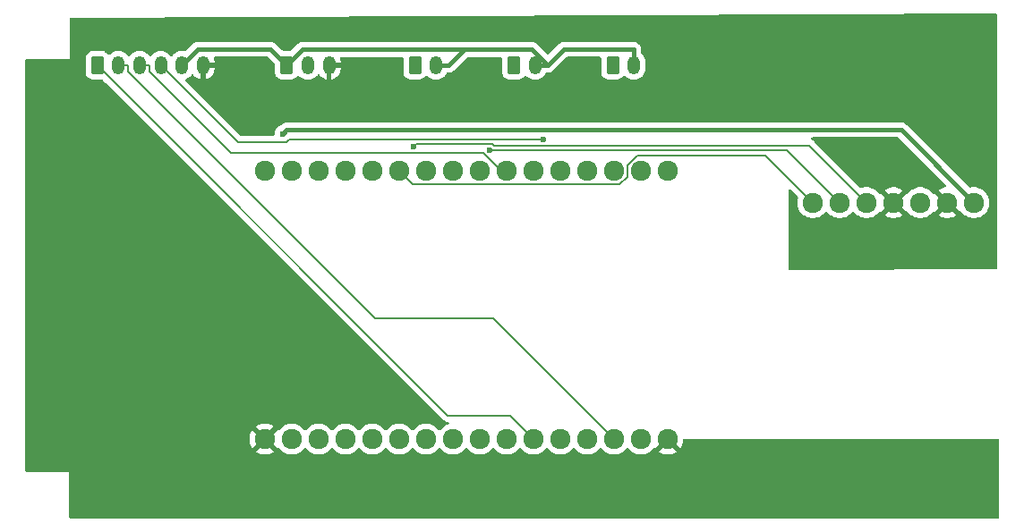
<source format=gbl>
%TF.GenerationSoftware,KiCad,Pcbnew,9.0.2*%
%TF.CreationDate,2025-06-13T16:26:22+02:00*%
%TF.ProjectId,musicbox,6d757369-6362-46f7-982e-6b696361645f,rev?*%
%TF.SameCoordinates,Original*%
%TF.FileFunction,Copper,L2,Bot*%
%TF.FilePolarity,Positive*%
%FSLAX46Y46*%
G04 Gerber Fmt 4.6, Leading zero omitted, Abs format (unit mm)*
G04 Created by KiCad (PCBNEW 9.0.2) date 2025-06-13 16:26:22*
%MOMM*%
%LPD*%
G01*
G04 APERTURE LIST*
G04 Aperture macros list*
%AMRoundRect*
0 Rectangle with rounded corners*
0 $1 Rounding radius*
0 $2 $3 $4 $5 $6 $7 $8 $9 X,Y pos of 4 corners*
0 Add a 4 corners polygon primitive as box body*
4,1,4,$2,$3,$4,$5,$6,$7,$8,$9,$2,$3,0*
0 Add four circle primitives for the rounded corners*
1,1,$1+$1,$2,$3*
1,1,$1+$1,$4,$5*
1,1,$1+$1,$6,$7*
1,1,$1+$1,$8,$9*
0 Add four rect primitives between the rounded corners*
20,1,$1+$1,$2,$3,$4,$5,0*
20,1,$1+$1,$4,$5,$6,$7,0*
20,1,$1+$1,$6,$7,$8,$9,0*
20,1,$1+$1,$8,$9,$2,$3,0*%
G04 Aperture macros list end*
%TA.AperFunction,ComponentPad*%
%ADD10RoundRect,0.250000X-0.350000X-0.625000X0.350000X-0.625000X0.350000X0.625000X-0.350000X0.625000X0*%
%TD*%
%TA.AperFunction,ComponentPad*%
%ADD11O,1.200000X1.750000*%
%TD*%
%TA.AperFunction,ComponentPad*%
%ADD12C,1.920000*%
%TD*%
%TA.AperFunction,ViaPad*%
%ADD13C,0.600000*%
%TD*%
%TA.AperFunction,Conductor*%
%ADD14C,0.400000*%
%TD*%
%TA.AperFunction,Conductor*%
%ADD15C,0.200000*%
%TD*%
G04 APERTURE END LIST*
D10*
%TO.P,BT1Con1,1,Pin_1*%
%TO.N,/BT1*%
X127640000Y-38500000D03*
D11*
%TO.P,BT1Con1,2,Pin_2*%
%TO.N,3V3*%
X129640000Y-38500000D03*
%TD*%
D12*
%TO.P,D32Pro1,1,3V3*%
%TO.N,3V3*%
X151550000Y-48500000D03*
%TO.P,D32Pro1,2,RESET*%
%TO.N,unconnected-(D32Pro1-RESET-Pad2)*%
X149010000Y-48500000D03*
%TO.P,D32Pro1,3,VP/GPIO36*%
%TO.N,unconnected-(D32Pro1-VP{slash}GPIO36-Pad3)*%
X146470000Y-48500000D03*
%TO.P,D32Pro1,4,VN/GPIO39*%
%TO.N,unconnected-(D32Pro1-VN{slash}GPIO39-Pad4)*%
X143930000Y-48500000D03*
%TO.P,D32Pro1,5,GPIO34*%
%TO.N,unconnected-(D32Pro1-GPIO34-Pad5)*%
X141390000Y-48500000D03*
%TO.P,D32Pro1,6,GPIO32*%
%TO.N,/RFID_RST*%
X138850000Y-48500000D03*
%TO.P,D32Pro1,7,GPIO33*%
%TO.N,/RFID_IRQ*%
X136310000Y-48500000D03*
%TO.P,D32Pro1,8,GPIO25*%
%TO.N,/ADR_LED*%
X133770000Y-48500000D03*
%TO.P,D32Pro1,9,GPIO26*%
%TO.N,/I2S_BCK*%
X131230000Y-48500000D03*
%TO.P,D32Pro1,10,GPIO27*%
%TO.N,/I2S_DIN*%
X128690000Y-48500000D03*
%TO.P,D32Pro1,11,GPIO14*%
%TO.N,/I2S_WS*%
X126150000Y-48500000D03*
%TO.P,D32Pro1,12,GPIO12*%
%TO.N,/BT1*%
X123610000Y-48500000D03*
%TO.P,D32Pro1,13,GPIO13*%
%TO.N,/BT2*%
X121070000Y-48500000D03*
%TO.P,D32Pro1,14,EN*%
%TO.N,unconnected-(D32Pro1-EN-Pad14)*%
X118530000Y-48500000D03*
%TO.P,D32Pro1,15,VBUS*%
%TO.N,unconnected-(D32Pro1-VBUS-Pad15)*%
X115990000Y-48500000D03*
%TO.P,D32Pro1,16,VBAT*%
%TO.N,VBAT*%
X113450000Y-48500000D03*
%TO.P,D32Pro1,17,GND*%
%TO.N,GND*%
X151550000Y-73900000D03*
%TO.P,D32Pro1,18,GPIO23*%
%TO.N,/SPI_MOSI*%
X149010000Y-73900000D03*
%TO.P,D32Pro1,19,GPIO22*%
%TO.N,/I2C_SCL*%
X146470000Y-73900000D03*
%TO.P,D32Pro1,20,TXD01/GPIO01*%
%TO.N,unconnected-(D32Pro1-TXD01{slash}GPIO01-Pad20)*%
X143930000Y-73900000D03*
%TO.P,D32Pro1,21,RXD01/GPIO03*%
%TO.N,unconnected-(D32Pro1-RXD01{slash}GPIO03-Pad21)*%
X141390000Y-73900000D03*
%TO.P,D32Pro1,22,GPIO21*%
%TO.N,/I2C_SDA*%
X138850000Y-73900000D03*
%TO.P,D32Pro1,23,GPIO19*%
%TO.N,/SPI_MISO*%
X136310000Y-73900000D03*
%TO.P,D32Pro1,24,GPIO18*%
%TO.N,/SPI_SCK*%
X133770000Y-73900000D03*
%TO.P,D32Pro1,25,GPIO05*%
%TO.N,unconnected-(D32Pro1-GPIO05-Pad25)*%
X131230000Y-73900000D03*
%TO.P,D32Pro1,26,NC1*%
%TO.N,unconnected-(D32Pro1-NC1-Pad26)*%
X128690000Y-73900000D03*
%TO.P,D32Pro1,27,NC2*%
%TO.N,unconnected-(D32Pro1-NC2-Pad27)*%
X126150000Y-73900000D03*
%TO.P,D32Pro1,28,GPIO04*%
%TO.N,/SPI_SS*%
X123610000Y-73900000D03*
%TO.P,D32Pro1,29,GPIO00*%
%TO.N,unconnected-(D32Pro1-GPIO00-Pad29)*%
X121070000Y-73900000D03*
%TO.P,D32Pro1,30,GPIO02*%
%TO.N,unconnected-(D32Pro1-GPIO02-Pad30)*%
X118530000Y-73900000D03*
%TO.P,D32Pro1,31,GPIO15*%
%TO.N,/BT3*%
X115990000Y-73900000D03*
%TO.P,D32Pro1,32,GND*%
%TO.N,GND*%
X113450000Y-73900000D03*
%TD*%
%TO.P,AMP1,1,LRC*%
%TO.N,/I2S_WS*%
X165285000Y-51510000D03*
%TO.P,AMP1,2,BCLK*%
%TO.N,/I2S_BCK*%
X167825000Y-51510000D03*
%TO.P,AMP1,3,DIN*%
%TO.N,/I2S_DIN*%
X170365000Y-51510000D03*
%TO.P,AMP1,4,GAIN*%
%TO.N,GND*%
X172905000Y-51510000D03*
%TO.P,AMP1,5,SD*%
%TO.N,unconnected-(AMP1-SD-Pad5)*%
X175445000Y-51510000D03*
%TO.P,AMP1,6,GND*%
%TO.N,GND*%
X177985000Y-51510000D03*
%TO.P,AMP1,7,VIN*%
%TO.N,VBAT*%
X180525000Y-51510000D03*
%TD*%
D10*
%TO.P,RFIDCon1,1,Pin_1*%
%TO.N,/I2C_SDA*%
X97590000Y-38500000D03*
D11*
%TO.P,RFIDCon1,2,Pin_2*%
%TO.N,/I2C_SCL*%
X99590000Y-38500000D03*
%TO.P,RFIDCon1,3,Pin_3*%
%TO.N,/RFID_IRQ*%
X101590000Y-38500000D03*
%TO.P,RFIDCon1,4,Pin_4*%
%TO.N,/RFID_RST*%
X103590000Y-38500000D03*
%TO.P,RFIDCon1,5,Pin_5*%
%TO.N,3V3*%
X105590000Y-38500000D03*
%TO.P,RFIDCon1,6,Pin_6*%
%TO.N,GND*%
X107590000Y-38500000D03*
%TD*%
D10*
%TO.P,BT3Con1,1,Pin_1*%
%TO.N,/BT3*%
X146350000Y-38500000D03*
D11*
%TO.P,BT3Con1,2,Pin_2*%
%TO.N,3V3*%
X148350000Y-38500000D03*
%TD*%
D10*
%TO.P,NeoPixelCon1,1,Pin_1*%
%TO.N,3V3*%
X115510000Y-38500000D03*
D11*
%TO.P,NeoPixelCon1,2,Pin_2*%
%TO.N,/ADR_LED*%
X117510000Y-38500000D03*
%TO.P,NeoPixelCon1,3,Pin_3*%
%TO.N,GND*%
X119510000Y-38500000D03*
%TD*%
D10*
%TO.P,BT2Con1,1,Pin_1*%
%TO.N,/BT2*%
X137000000Y-38500000D03*
D11*
%TO.P,BT2Con1,2,Pin_2*%
%TO.N,3V3*%
X139000000Y-38500000D03*
%TD*%
D13*
%TO.N,VBAT*%
X115151800Y-44982800D03*
%TO.N,/RFID_RST*%
X139751400Y-45515300D03*
%TO.N,/I2S_DIN*%
X127507400Y-46193900D03*
%TO.N,/I2S_BCK*%
X134687700Y-46518800D03*
%TD*%
D14*
%TO.N,3V3*%
X140201700Y-38500000D02*
X141714800Y-36986900D01*
X139000000Y-38500000D02*
X140201700Y-38500000D01*
X105590000Y-38500000D02*
X107122100Y-36967900D01*
X130841700Y-38500000D02*
X132328800Y-37012900D01*
X129640000Y-38500000D02*
X130841700Y-38500000D01*
X132328800Y-37012900D02*
X116997100Y-37012900D01*
X140201700Y-38500000D02*
X138714600Y-37012900D01*
X113977900Y-36967900D02*
X115510000Y-38500000D01*
X148350000Y-38500000D02*
X148350000Y-37023300D01*
X148313600Y-36986900D02*
X148350000Y-37023300D01*
X138714600Y-37012900D02*
X132328800Y-37012900D01*
X141714800Y-36986900D02*
X148313600Y-36986900D01*
X107122100Y-36967900D02*
X113977900Y-36967900D01*
X116997100Y-37012900D02*
X115510000Y-38500000D01*
%TO.N,VBAT*%
X180525000Y-51510000D02*
X173628600Y-44613600D01*
X115521000Y-44613600D02*
X115151800Y-44982800D01*
X173628600Y-44613600D02*
X115521000Y-44613600D01*
D15*
%TO.N,/RFID_IRQ*%
X102491700Y-38500000D02*
X102491700Y-39063600D01*
X134117800Y-46799700D02*
X135818100Y-48500000D01*
X110227800Y-46799700D02*
X134117800Y-46799700D01*
X135818100Y-48500000D02*
X136310000Y-48500000D01*
X101590000Y-38500000D02*
X102491700Y-38500000D01*
X102491700Y-39063600D02*
X110227800Y-46799700D01*
%TO.N,/I2C_SDA*%
X130755200Y-71665200D02*
X136615200Y-71665200D01*
X97590000Y-38500000D02*
X130755200Y-71665200D01*
X136615200Y-71665200D02*
X138850000Y-73900000D01*
%TO.N,/RFID_RST*%
X115753100Y-45515300D02*
X115483900Y-45784500D01*
X115483900Y-45784500D02*
X110874500Y-45784500D01*
X110874500Y-45784500D02*
X103590000Y-38500000D01*
X139751400Y-45515300D02*
X115753100Y-45515300D01*
%TO.N,/I2C_SCL*%
X135049800Y-62479800D02*
X146470000Y-73900000D01*
X100491700Y-39063600D02*
X123907900Y-62479800D01*
X123907900Y-62479800D02*
X135049800Y-62479800D01*
X100491700Y-38500000D02*
X100491700Y-39063600D01*
X99590000Y-38500000D02*
X100491700Y-38500000D01*
%TO.N,/I2S_WS*%
X127438000Y-49788000D02*
X126150000Y-48500000D01*
X147000900Y-49788000D02*
X127438000Y-49788000D01*
X165285000Y-51510000D02*
X160793200Y-47018200D01*
X147740100Y-47968900D02*
X147740100Y-49048800D01*
X148690800Y-47018200D02*
X160793200Y-47018200D01*
X148690800Y-47018200D02*
X147740100Y-47968900D01*
X147740100Y-49048800D02*
X147000900Y-49788000D01*
%TO.N,/I2S_DIN*%
X170365000Y-51510000D02*
X164972100Y-46117100D01*
X134936900Y-45917100D02*
X127784200Y-45917100D01*
X164972100Y-46117100D02*
X135136900Y-46117100D01*
X127784200Y-45917100D02*
X127507400Y-46193900D01*
X135136900Y-46117100D02*
X134936900Y-45917100D01*
%TO.N,/I2S_BCK*%
X167825000Y-51510000D02*
X162833800Y-46518800D01*
X162833800Y-46518800D02*
X134687700Y-46518800D01*
%TD*%
%TA.AperFunction,Conductor*%
%TO.N,GND*%
G36*
X182642681Y-33619946D02*
G01*
X182688676Y-33672541D01*
X182700118Y-33724448D01*
X182722911Y-57680187D01*
X182703290Y-57747245D01*
X182650530Y-57793050D01*
X182599343Y-57804304D01*
X163124432Y-57872127D01*
X163057324Y-57852676D01*
X163011386Y-57800032D01*
X163000000Y-57748128D01*
X163000000Y-50373597D01*
X163019685Y-50306558D01*
X163072489Y-50260803D01*
X163141647Y-50250859D01*
X163205203Y-50279884D01*
X163211681Y-50285916D01*
X163863945Y-50938180D01*
X163897430Y-50999503D01*
X163894195Y-51064179D01*
X163860463Y-51167994D01*
X163860463Y-51167997D01*
X163824500Y-51395056D01*
X163824500Y-51624943D01*
X163860463Y-51852002D01*
X163860463Y-51852005D01*
X163931500Y-52070634D01*
X164035871Y-52275472D01*
X164170987Y-52461445D01*
X164170991Y-52461450D01*
X164333549Y-52624008D01*
X164333554Y-52624012D01*
X164443678Y-52704021D01*
X164519531Y-52759131D01*
X164723450Y-52863033D01*
X164724365Y-52863499D01*
X164928294Y-52929759D01*
X164942999Y-52934537D01*
X165170056Y-52970500D01*
X165170057Y-52970500D01*
X165399943Y-52970500D01*
X165399944Y-52970500D01*
X165627001Y-52934537D01*
X165627004Y-52934536D01*
X165627005Y-52934536D01*
X165845634Y-52863499D01*
X165845634Y-52863498D01*
X165845637Y-52863498D01*
X166050469Y-52759131D01*
X166236452Y-52624007D01*
X166399007Y-52461452D01*
X166454682Y-52384820D01*
X166510011Y-52342156D01*
X166579624Y-52336177D01*
X166641420Y-52368782D01*
X166655314Y-52384816D01*
X166710988Y-52461445D01*
X166710993Y-52461452D01*
X166873549Y-52624008D01*
X166873554Y-52624012D01*
X166983678Y-52704021D01*
X167059531Y-52759131D01*
X167263450Y-52863033D01*
X167264365Y-52863499D01*
X167468294Y-52929759D01*
X167482999Y-52934537D01*
X167710056Y-52970500D01*
X167710057Y-52970500D01*
X167939943Y-52970500D01*
X167939944Y-52970500D01*
X168167001Y-52934537D01*
X168167004Y-52934536D01*
X168167005Y-52934536D01*
X168385634Y-52863499D01*
X168385634Y-52863498D01*
X168385637Y-52863498D01*
X168590469Y-52759131D01*
X168776452Y-52624007D01*
X168939007Y-52461452D01*
X168994682Y-52384820D01*
X169050011Y-52342156D01*
X169119624Y-52336177D01*
X169181420Y-52368782D01*
X169195314Y-52384816D01*
X169250988Y-52461445D01*
X169250993Y-52461452D01*
X169413549Y-52624008D01*
X169413554Y-52624012D01*
X169523678Y-52704021D01*
X169599531Y-52759131D01*
X169803450Y-52863033D01*
X169804365Y-52863499D01*
X170008294Y-52929759D01*
X170022999Y-52934537D01*
X170250056Y-52970500D01*
X170250057Y-52970500D01*
X170479943Y-52970500D01*
X170479944Y-52970500D01*
X170707001Y-52934537D01*
X170707004Y-52934536D01*
X170707005Y-52934536D01*
X170925634Y-52863499D01*
X170925634Y-52863498D01*
X170925637Y-52863498D01*
X171130469Y-52759131D01*
X171316452Y-52624007D01*
X171479007Y-52461452D01*
X171534990Y-52384396D01*
X171590318Y-52341732D01*
X171659931Y-52335751D01*
X171683767Y-52348327D01*
X171710977Y-52350469D01*
X172340387Y-51721059D01*
X172345889Y-51741591D01*
X172424881Y-51878408D01*
X172536592Y-51990119D01*
X172673409Y-52069111D01*
X172693939Y-52074612D01*
X172064529Y-52704021D01*
X172139792Y-52758703D01*
X172344549Y-52863033D01*
X172563115Y-52934049D01*
X172790096Y-52970000D01*
X173019904Y-52970000D01*
X173246884Y-52934049D01*
X173465450Y-52863033D01*
X173670206Y-52758704D01*
X173745468Y-52704021D01*
X173745469Y-52704021D01*
X173116059Y-52074612D01*
X173136591Y-52069111D01*
X173273408Y-51990119D01*
X173385119Y-51878408D01*
X173464111Y-51741591D01*
X173469612Y-51721060D01*
X174099021Y-52350469D01*
X174120566Y-52348773D01*
X174129697Y-52341732D01*
X174199311Y-52335750D01*
X174261107Y-52368353D01*
X174275008Y-52384396D01*
X174330987Y-52461445D01*
X174330991Y-52461450D01*
X174493549Y-52624008D01*
X174493554Y-52624012D01*
X174603678Y-52704021D01*
X174679531Y-52759131D01*
X174883450Y-52863033D01*
X174884365Y-52863499D01*
X175088294Y-52929759D01*
X175102999Y-52934537D01*
X175330056Y-52970500D01*
X175330057Y-52970500D01*
X175559943Y-52970500D01*
X175559944Y-52970500D01*
X175787001Y-52934537D01*
X175787004Y-52934536D01*
X175787005Y-52934536D01*
X176005634Y-52863499D01*
X176005634Y-52863498D01*
X176005637Y-52863498D01*
X176210469Y-52759131D01*
X176396452Y-52624007D01*
X176559007Y-52461452D01*
X176614990Y-52384396D01*
X176670318Y-52341732D01*
X176739931Y-52335751D01*
X176763767Y-52348327D01*
X176790977Y-52350469D01*
X177420387Y-51721059D01*
X177425889Y-51741591D01*
X177504881Y-51878408D01*
X177616592Y-51990119D01*
X177753409Y-52069111D01*
X177773939Y-52074612D01*
X177144529Y-52704021D01*
X177219792Y-52758703D01*
X177424549Y-52863033D01*
X177643115Y-52934049D01*
X177870096Y-52970000D01*
X178099904Y-52970000D01*
X178326884Y-52934049D01*
X178545450Y-52863033D01*
X178750206Y-52758704D01*
X178825468Y-52704021D01*
X178825469Y-52704021D01*
X178196059Y-52074612D01*
X178216591Y-52069111D01*
X178353408Y-51990119D01*
X178465119Y-51878408D01*
X178544111Y-51741591D01*
X178549612Y-51721059D01*
X179179021Y-52350469D01*
X179200566Y-52348773D01*
X179209697Y-52341732D01*
X179279311Y-52335750D01*
X179341107Y-52368353D01*
X179355008Y-52384396D01*
X179410987Y-52461445D01*
X179410991Y-52461450D01*
X179573549Y-52624008D01*
X179573554Y-52624012D01*
X179683678Y-52704021D01*
X179759531Y-52759131D01*
X179963450Y-52863033D01*
X179964365Y-52863499D01*
X180168294Y-52929759D01*
X180182999Y-52934537D01*
X180410056Y-52970500D01*
X180410057Y-52970500D01*
X180639943Y-52970500D01*
X180639944Y-52970500D01*
X180867001Y-52934537D01*
X180867004Y-52934536D01*
X180867005Y-52934536D01*
X181085634Y-52863499D01*
X181085634Y-52863498D01*
X181085637Y-52863498D01*
X181290469Y-52759131D01*
X181476452Y-52624007D01*
X181639007Y-52461452D01*
X181774131Y-52275469D01*
X181878498Y-52070637D01*
X181949537Y-51852001D01*
X181985500Y-51624944D01*
X181985500Y-51395056D01*
X181949537Y-51167999D01*
X181949536Y-51167995D01*
X181949536Y-51167994D01*
X181878499Y-50949365D01*
X181872800Y-50938180D01*
X181774131Y-50744531D01*
X181725989Y-50678269D01*
X181639012Y-50558554D01*
X181639008Y-50558549D01*
X181476450Y-50395991D01*
X181476445Y-50395987D01*
X181290472Y-50260871D01*
X181290471Y-50260870D01*
X181290469Y-50260869D01*
X181188053Y-50208685D01*
X181085634Y-50156500D01*
X180867003Y-50085463D01*
X180681620Y-50056101D01*
X180639944Y-50049500D01*
X180410056Y-50049500D01*
X180368380Y-50056101D01*
X180182995Y-50085463D01*
X180178256Y-50086601D01*
X180177814Y-50084762D01*
X180115999Y-50086488D01*
X180059919Y-50054263D01*
X174075146Y-44069488D01*
X174075145Y-44069487D01*
X173960407Y-43992822D01*
X173832932Y-43940021D01*
X173832922Y-43940018D01*
X173697596Y-43913100D01*
X173697594Y-43913100D01*
X173697593Y-43913100D01*
X115589994Y-43913100D01*
X115452006Y-43913100D01*
X115452004Y-43913100D01*
X115316677Y-43940018D01*
X115316667Y-43940021D01*
X115189191Y-43992823D01*
X115074457Y-44069485D01*
X115074453Y-44069489D01*
X114957210Y-44186730D01*
X114916983Y-44213609D01*
X114772624Y-44273404D01*
X114772614Y-44273409D01*
X114641511Y-44361010D01*
X114641507Y-44361013D01*
X114530013Y-44472507D01*
X114530010Y-44472511D01*
X114442409Y-44603614D01*
X114442402Y-44603627D01*
X114382064Y-44749298D01*
X114382061Y-44749310D01*
X114351300Y-44903953D01*
X114351300Y-45060000D01*
X114331615Y-45127039D01*
X114278811Y-45172794D01*
X114227300Y-45184000D01*
X111174598Y-45184000D01*
X111107559Y-45164315D01*
X111086917Y-45147681D01*
X105945449Y-40006214D01*
X105911964Y-39944891D01*
X105916948Y-39875199D01*
X105958820Y-39819266D01*
X105994810Y-39800602D01*
X106012445Y-39794873D01*
X106166788Y-39716232D01*
X106306928Y-39614414D01*
X106429414Y-39491928D01*
X106489991Y-39408550D01*
X106545321Y-39365885D01*
X106614934Y-39359906D01*
X106676729Y-39392512D01*
X106690628Y-39408551D01*
X106750967Y-39491602D01*
X106873397Y-39614032D01*
X107013475Y-39715804D01*
X107167744Y-39794408D01*
X107332415Y-39847914D01*
X107332414Y-39847914D01*
X107339999Y-39849115D01*
X107340000Y-39849114D01*
X107340000Y-38780330D01*
X107359745Y-38800075D01*
X107445255Y-38849444D01*
X107540630Y-38875000D01*
X107639370Y-38875000D01*
X107734745Y-38849444D01*
X107820255Y-38800075D01*
X107840000Y-38780330D01*
X107840000Y-39849115D01*
X107847584Y-39847914D01*
X108012255Y-39794408D01*
X108166524Y-39715804D01*
X108306602Y-39614032D01*
X108429032Y-39491602D01*
X108530804Y-39351524D01*
X108609408Y-39197257D01*
X108662914Y-39032584D01*
X108690000Y-38861571D01*
X108690000Y-38750000D01*
X107870330Y-38750000D01*
X107890075Y-38730255D01*
X107939444Y-38644745D01*
X107965000Y-38549370D01*
X107965000Y-38450630D01*
X107939444Y-38355255D01*
X107890075Y-38269745D01*
X107870330Y-38250000D01*
X108690000Y-38250000D01*
X108690000Y-38138428D01*
X108662914Y-37967415D01*
X108618498Y-37830719D01*
X108616503Y-37760878D01*
X108652583Y-37701045D01*
X108715284Y-37670216D01*
X108736429Y-37668400D01*
X113636381Y-37668400D01*
X113703420Y-37688085D01*
X113724062Y-37704719D01*
X114373181Y-38353838D01*
X114406666Y-38415161D01*
X114409500Y-38441519D01*
X114409500Y-39175001D01*
X114409501Y-39175019D01*
X114420000Y-39277796D01*
X114420001Y-39277799D01*
X114475185Y-39444331D01*
X114475187Y-39444336D01*
X114498870Y-39482732D01*
X114567288Y-39593656D01*
X114691344Y-39717712D01*
X114840666Y-39809814D01*
X115007203Y-39864999D01*
X115109991Y-39875500D01*
X115910008Y-39875499D01*
X115910016Y-39875498D01*
X115910019Y-39875498D01*
X115966302Y-39869748D01*
X116012797Y-39864999D01*
X116179334Y-39809814D01*
X116328656Y-39717712D01*
X116452712Y-39593656D01*
X116492310Y-39529456D01*
X116544258Y-39482732D01*
X116613220Y-39471509D01*
X116677303Y-39499352D01*
X116685530Y-39506872D01*
X116793072Y-39614414D01*
X116933212Y-39716232D01*
X117087555Y-39794873D01*
X117252299Y-39848402D01*
X117423389Y-39875500D01*
X117423390Y-39875500D01*
X117596610Y-39875500D01*
X117596611Y-39875500D01*
X117767701Y-39848402D01*
X117932445Y-39794873D01*
X118086788Y-39716232D01*
X118226928Y-39614414D01*
X118349414Y-39491928D01*
X118409991Y-39408550D01*
X118465321Y-39365885D01*
X118534934Y-39359906D01*
X118596729Y-39392512D01*
X118610628Y-39408551D01*
X118670967Y-39491602D01*
X118793397Y-39614032D01*
X118933475Y-39715804D01*
X119087744Y-39794408D01*
X119252415Y-39847914D01*
X119252414Y-39847914D01*
X119259999Y-39849115D01*
X119260000Y-39849114D01*
X119260000Y-38780330D01*
X119279745Y-38800075D01*
X119365255Y-38849444D01*
X119460630Y-38875000D01*
X119559370Y-38875000D01*
X119654745Y-38849444D01*
X119740255Y-38800075D01*
X119760000Y-38780330D01*
X119760000Y-39849115D01*
X119767584Y-39847914D01*
X119932255Y-39794408D01*
X120086524Y-39715804D01*
X120226602Y-39614032D01*
X120349032Y-39491602D01*
X120450804Y-39351524D01*
X120529408Y-39197257D01*
X120582914Y-39032584D01*
X120610000Y-38861571D01*
X120610000Y-38750000D01*
X119790330Y-38750000D01*
X119810075Y-38730255D01*
X119859444Y-38644745D01*
X119885000Y-38549370D01*
X119885000Y-38450630D01*
X119859444Y-38355255D01*
X119810075Y-38269745D01*
X119790330Y-38250000D01*
X120610000Y-38250000D01*
X120610000Y-38138428D01*
X120582913Y-37967414D01*
X120582913Y-37967411D01*
X120553120Y-37875718D01*
X120551125Y-37805877D01*
X120587205Y-37746044D01*
X120649906Y-37715216D01*
X120671051Y-37713400D01*
X126415500Y-37713400D01*
X126482539Y-37733085D01*
X126528294Y-37785889D01*
X126539500Y-37837400D01*
X126539500Y-39175001D01*
X126539501Y-39175018D01*
X126550000Y-39277796D01*
X126550001Y-39277799D01*
X126605185Y-39444331D01*
X126605187Y-39444336D01*
X126628870Y-39482732D01*
X126697288Y-39593656D01*
X126821344Y-39717712D01*
X126970666Y-39809814D01*
X127137203Y-39864999D01*
X127239991Y-39875500D01*
X128040008Y-39875499D01*
X128040016Y-39875498D01*
X128040019Y-39875498D01*
X128096302Y-39869748D01*
X128142797Y-39864999D01*
X128309334Y-39809814D01*
X128458656Y-39717712D01*
X128582712Y-39593656D01*
X128622310Y-39529456D01*
X128674258Y-39482732D01*
X128743220Y-39471509D01*
X128807303Y-39499352D01*
X128815530Y-39506872D01*
X128923072Y-39614414D01*
X129063212Y-39716232D01*
X129217555Y-39794873D01*
X129382299Y-39848402D01*
X129553389Y-39875500D01*
X129553390Y-39875500D01*
X129726610Y-39875500D01*
X129726611Y-39875500D01*
X129897701Y-39848402D01*
X130062445Y-39794873D01*
X130216788Y-39716232D01*
X130356928Y-39614414D01*
X130479414Y-39491928D01*
X130581232Y-39351788D01*
X130623819Y-39268204D01*
X130671792Y-39217410D01*
X130734303Y-39200500D01*
X130910696Y-39200500D01*
X131001740Y-39182389D01*
X131046028Y-39173580D01*
X131109769Y-39147177D01*
X131173507Y-39120777D01*
X131173508Y-39120776D01*
X131173511Y-39120775D01*
X131288243Y-39044114D01*
X132582638Y-37749719D01*
X132643961Y-37716234D01*
X132670319Y-37713400D01*
X135775500Y-37713400D01*
X135842539Y-37733085D01*
X135888294Y-37785889D01*
X135899500Y-37837400D01*
X135899500Y-39175001D01*
X135899501Y-39175018D01*
X135910000Y-39277796D01*
X135910001Y-39277799D01*
X135965185Y-39444331D01*
X135965187Y-39444336D01*
X135988870Y-39482732D01*
X136057288Y-39593656D01*
X136181344Y-39717712D01*
X136330666Y-39809814D01*
X136497203Y-39864999D01*
X136599991Y-39875500D01*
X137400008Y-39875499D01*
X137400016Y-39875498D01*
X137400019Y-39875498D01*
X137456302Y-39869748D01*
X137502797Y-39864999D01*
X137669334Y-39809814D01*
X137818656Y-39717712D01*
X137942712Y-39593656D01*
X137982310Y-39529456D01*
X138034258Y-39482732D01*
X138103220Y-39471509D01*
X138167303Y-39499352D01*
X138175530Y-39506872D01*
X138283072Y-39614414D01*
X138423212Y-39716232D01*
X138577555Y-39794873D01*
X138742299Y-39848402D01*
X138913389Y-39875500D01*
X138913390Y-39875500D01*
X139086610Y-39875500D01*
X139086611Y-39875500D01*
X139257701Y-39848402D01*
X139422445Y-39794873D01*
X139576788Y-39716232D01*
X139716928Y-39614414D01*
X139839414Y-39491928D01*
X139941232Y-39351788D01*
X139983819Y-39268204D01*
X140031792Y-39217410D01*
X140094303Y-39200500D01*
X140270696Y-39200500D01*
X140361740Y-39182389D01*
X140406028Y-39173580D01*
X140469769Y-39147177D01*
X140533507Y-39120777D01*
X140533508Y-39120776D01*
X140533511Y-39120775D01*
X140648243Y-39044114D01*
X140745814Y-38946543D01*
X140745815Y-38946542D01*
X141968638Y-37723719D01*
X142029961Y-37690234D01*
X142056319Y-37687400D01*
X145126243Y-37687400D01*
X145193282Y-37707085D01*
X145239037Y-37759889D01*
X145249238Y-37821812D01*
X145249661Y-37821834D01*
X145249562Y-37823777D01*
X145249600Y-37824008D01*
X145249501Y-37824976D01*
X145249500Y-37824996D01*
X145249500Y-39175001D01*
X145249501Y-39175018D01*
X145260000Y-39277796D01*
X145260001Y-39277799D01*
X145315185Y-39444331D01*
X145315187Y-39444336D01*
X145338870Y-39482732D01*
X145407288Y-39593656D01*
X145531344Y-39717712D01*
X145680666Y-39809814D01*
X145847203Y-39864999D01*
X145949991Y-39875500D01*
X146750008Y-39875499D01*
X146750016Y-39875498D01*
X146750019Y-39875498D01*
X146806302Y-39869748D01*
X146852797Y-39864999D01*
X147019334Y-39809814D01*
X147168656Y-39717712D01*
X147292712Y-39593656D01*
X147332310Y-39529456D01*
X147384258Y-39482732D01*
X147453220Y-39471509D01*
X147517303Y-39499352D01*
X147525530Y-39506872D01*
X147633072Y-39614414D01*
X147773212Y-39716232D01*
X147927555Y-39794873D01*
X148092299Y-39848402D01*
X148263389Y-39875500D01*
X148263390Y-39875500D01*
X148436610Y-39875500D01*
X148436611Y-39875500D01*
X148607701Y-39848402D01*
X148772445Y-39794873D01*
X148926788Y-39716232D01*
X149066928Y-39614414D01*
X149189414Y-39491928D01*
X149291232Y-39351788D01*
X149369873Y-39197445D01*
X149423402Y-39032701D01*
X149450500Y-38861611D01*
X149450500Y-38138389D01*
X149423402Y-37967299D01*
X149369873Y-37802555D01*
X149291232Y-37648212D01*
X149189414Y-37508072D01*
X149086818Y-37405476D01*
X149053334Y-37344153D01*
X149050500Y-37317795D01*
X149050500Y-36954304D01*
X149023581Y-36818976D01*
X149023580Y-36818975D01*
X149023580Y-36818972D01*
X149019272Y-36808572D01*
X149000632Y-36763571D01*
X148970775Y-36691489D01*
X148970774Y-36691487D01*
X148970773Y-36691485D01*
X148894115Y-36576759D01*
X148894114Y-36576758D01*
X148838713Y-36521357D01*
X148838711Y-36521355D01*
X148838710Y-36521353D01*
X148760142Y-36442785D01*
X148645407Y-36366122D01*
X148517932Y-36313321D01*
X148517922Y-36313318D01*
X148382596Y-36286400D01*
X148382594Y-36286400D01*
X148382593Y-36286400D01*
X141783794Y-36286400D01*
X141645807Y-36286400D01*
X141645805Y-36286400D01*
X141510477Y-36313318D01*
X141510467Y-36313321D01*
X141382992Y-36366122D01*
X141268254Y-36442787D01*
X141268253Y-36442788D01*
X140289381Y-37421661D01*
X140228058Y-37455146D01*
X140158366Y-37450162D01*
X140114019Y-37421661D01*
X139161145Y-36468787D01*
X139046407Y-36392122D01*
X138918932Y-36339321D01*
X138918922Y-36339318D01*
X138783596Y-36312400D01*
X138783594Y-36312400D01*
X138783593Y-36312400D01*
X132397794Y-36312400D01*
X132397793Y-36312400D01*
X117066094Y-36312400D01*
X116928106Y-36312400D01*
X116928104Y-36312400D01*
X116792777Y-36339318D01*
X116792767Y-36339321D01*
X116665292Y-36392122D01*
X116550554Y-36468787D01*
X116550553Y-36468788D01*
X115931161Y-37088181D01*
X115869838Y-37121666D01*
X115843480Y-37124500D01*
X115176519Y-37124500D01*
X115109480Y-37104815D01*
X115088838Y-37088181D01*
X114424446Y-36423788D01*
X114424445Y-36423787D01*
X114309707Y-36347122D01*
X114182232Y-36294321D01*
X114182222Y-36294318D01*
X114046896Y-36267400D01*
X114046894Y-36267400D01*
X114046893Y-36267400D01*
X107191094Y-36267400D01*
X107053106Y-36267400D01*
X107053104Y-36267400D01*
X106917777Y-36294318D01*
X106917767Y-36294321D01*
X106790292Y-36347122D01*
X106675554Y-36423787D01*
X105976941Y-37122400D01*
X105915618Y-37155885D01*
X105852445Y-37152727D01*
X105852444Y-37152736D01*
X105852399Y-37152725D01*
X105850952Y-37152653D01*
X105847707Y-37151599D01*
X105847704Y-37151598D01*
X105719383Y-37131274D01*
X105676611Y-37124500D01*
X105503389Y-37124500D01*
X105463728Y-37130781D01*
X105332302Y-37151597D01*
X105167552Y-37205128D01*
X105013211Y-37283768D01*
X104966378Y-37317795D01*
X104873072Y-37385586D01*
X104873070Y-37385588D01*
X104873069Y-37385588D01*
X104750588Y-37508069D01*
X104750581Y-37508078D01*
X104690317Y-37591023D01*
X104634987Y-37633689D01*
X104565374Y-37639667D01*
X104503579Y-37607061D01*
X104489683Y-37591023D01*
X104429418Y-37508078D01*
X104429414Y-37508072D01*
X104306928Y-37385586D01*
X104166788Y-37283768D01*
X104012445Y-37205127D01*
X103847701Y-37151598D01*
X103847699Y-37151597D01*
X103847698Y-37151597D01*
X103716271Y-37130781D01*
X103676611Y-37124500D01*
X103503389Y-37124500D01*
X103463728Y-37130781D01*
X103332302Y-37151597D01*
X103167552Y-37205128D01*
X103013211Y-37283768D01*
X102966378Y-37317795D01*
X102873072Y-37385586D01*
X102873070Y-37385588D01*
X102873069Y-37385588D01*
X102750588Y-37508069D01*
X102750581Y-37508078D01*
X102690317Y-37591023D01*
X102634987Y-37633689D01*
X102565374Y-37639667D01*
X102503579Y-37607061D01*
X102489683Y-37591023D01*
X102429418Y-37508078D01*
X102429414Y-37508072D01*
X102306928Y-37385586D01*
X102166788Y-37283768D01*
X102012445Y-37205127D01*
X101847701Y-37151598D01*
X101847699Y-37151597D01*
X101847698Y-37151597D01*
X101716271Y-37130781D01*
X101676611Y-37124500D01*
X101503389Y-37124500D01*
X101463728Y-37130781D01*
X101332302Y-37151597D01*
X101167552Y-37205128D01*
X101013211Y-37283768D01*
X100966378Y-37317795D01*
X100873072Y-37385586D01*
X100873070Y-37385588D01*
X100873069Y-37385588D01*
X100750588Y-37508069D01*
X100750581Y-37508078D01*
X100690317Y-37591023D01*
X100634987Y-37633689D01*
X100565374Y-37639667D01*
X100503579Y-37607061D01*
X100489683Y-37591023D01*
X100429418Y-37508078D01*
X100429414Y-37508072D01*
X100306928Y-37385586D01*
X100166788Y-37283768D01*
X100012445Y-37205127D01*
X99847701Y-37151598D01*
X99847699Y-37151597D01*
X99847698Y-37151597D01*
X99716271Y-37130781D01*
X99676611Y-37124500D01*
X99503389Y-37124500D01*
X99463728Y-37130781D01*
X99332302Y-37151597D01*
X99167552Y-37205128D01*
X99013211Y-37283768D01*
X98873073Y-37385585D01*
X98765530Y-37493128D01*
X98704207Y-37526612D01*
X98634515Y-37521628D01*
X98578582Y-37479756D01*
X98572310Y-37470543D01*
X98532712Y-37406344D01*
X98408656Y-37282288D01*
X98283559Y-37205128D01*
X98259336Y-37190187D01*
X98259331Y-37190185D01*
X98257862Y-37189698D01*
X98092797Y-37135001D01*
X98092795Y-37135000D01*
X97990010Y-37124500D01*
X97189998Y-37124500D01*
X97189980Y-37124501D01*
X97087203Y-37135000D01*
X97087200Y-37135001D01*
X96920668Y-37190185D01*
X96920663Y-37190187D01*
X96771342Y-37282289D01*
X96647289Y-37406342D01*
X96555187Y-37555663D01*
X96555186Y-37555666D01*
X96500001Y-37722203D01*
X96500001Y-37722204D01*
X96500000Y-37722204D01*
X96489500Y-37824983D01*
X96489500Y-39175001D01*
X96489501Y-39175018D01*
X96500000Y-39277796D01*
X96500001Y-39277799D01*
X96555185Y-39444331D01*
X96555187Y-39444336D01*
X96578870Y-39482732D01*
X96647288Y-39593656D01*
X96771344Y-39717712D01*
X96920666Y-39809814D01*
X97087203Y-39864999D01*
X97189991Y-39875500D01*
X97990008Y-39875499D01*
X98045944Y-39869785D01*
X98114637Y-39882555D01*
X98146226Y-39905461D01*
X130386484Y-72145720D01*
X130386486Y-72145721D01*
X130386490Y-72145724D01*
X130523409Y-72224773D01*
X130523416Y-72224777D01*
X130676143Y-72265701D01*
X130676145Y-72265701D01*
X130750673Y-72265701D01*
X130817712Y-72285386D01*
X130863467Y-72338190D01*
X130873411Y-72407348D01*
X130844386Y-72470904D01*
X130788991Y-72507632D01*
X130669365Y-72546500D01*
X130464527Y-72650871D01*
X130278554Y-72785987D01*
X130278549Y-72785991D01*
X130115991Y-72948549D01*
X130115987Y-72948554D01*
X130060318Y-73025177D01*
X130004988Y-73067843D01*
X129935375Y-73073822D01*
X129873580Y-73041217D01*
X129859682Y-73025177D01*
X129804012Y-72948554D01*
X129804008Y-72948549D01*
X129641450Y-72785991D01*
X129641445Y-72785987D01*
X129455472Y-72650871D01*
X129455471Y-72650870D01*
X129455469Y-72650869D01*
X129353053Y-72598685D01*
X129250634Y-72546500D01*
X129032003Y-72475463D01*
X128880629Y-72451487D01*
X128804944Y-72439500D01*
X128575056Y-72439500D01*
X128499370Y-72451487D01*
X128347997Y-72475463D01*
X128347994Y-72475463D01*
X128129365Y-72546500D01*
X127924527Y-72650871D01*
X127738554Y-72785987D01*
X127738549Y-72785991D01*
X127575991Y-72948549D01*
X127575987Y-72948554D01*
X127520318Y-73025177D01*
X127464988Y-73067843D01*
X127395375Y-73073822D01*
X127333580Y-73041217D01*
X127319682Y-73025177D01*
X127264012Y-72948554D01*
X127264008Y-72948549D01*
X127101450Y-72785991D01*
X127101445Y-72785987D01*
X126915472Y-72650871D01*
X126915471Y-72650870D01*
X126915469Y-72650869D01*
X126813053Y-72598685D01*
X126710634Y-72546500D01*
X126492003Y-72475463D01*
X126340629Y-72451487D01*
X126264944Y-72439500D01*
X126035056Y-72439500D01*
X125959370Y-72451487D01*
X125807997Y-72475463D01*
X125807994Y-72475463D01*
X125589365Y-72546500D01*
X125384527Y-72650871D01*
X125198554Y-72785987D01*
X125198549Y-72785991D01*
X125035991Y-72948549D01*
X125035987Y-72948554D01*
X124980318Y-73025177D01*
X124924988Y-73067843D01*
X124855375Y-73073822D01*
X124793580Y-73041217D01*
X124779682Y-73025177D01*
X124724012Y-72948554D01*
X124724008Y-72948549D01*
X124561450Y-72785991D01*
X124561445Y-72785987D01*
X124375472Y-72650871D01*
X124375471Y-72650870D01*
X124375469Y-72650869D01*
X124273053Y-72598685D01*
X124170634Y-72546500D01*
X123952003Y-72475463D01*
X123800629Y-72451487D01*
X123724944Y-72439500D01*
X123495056Y-72439500D01*
X123419370Y-72451487D01*
X123267997Y-72475463D01*
X123267994Y-72475463D01*
X123049365Y-72546500D01*
X122844527Y-72650871D01*
X122658554Y-72785987D01*
X122658549Y-72785991D01*
X122495991Y-72948549D01*
X122495987Y-72948554D01*
X122440318Y-73025177D01*
X122384988Y-73067843D01*
X122315375Y-73073822D01*
X122253580Y-73041217D01*
X122239682Y-73025177D01*
X122184012Y-72948554D01*
X122184008Y-72948549D01*
X122021450Y-72785991D01*
X122021445Y-72785987D01*
X121835472Y-72650871D01*
X121835471Y-72650870D01*
X121835469Y-72650869D01*
X121733053Y-72598685D01*
X121630634Y-72546500D01*
X121412003Y-72475463D01*
X121260629Y-72451487D01*
X121184944Y-72439500D01*
X120955056Y-72439500D01*
X120879370Y-72451487D01*
X120727997Y-72475463D01*
X120727994Y-72475463D01*
X120509365Y-72546500D01*
X120304527Y-72650871D01*
X120118554Y-72785987D01*
X120118549Y-72785991D01*
X119955991Y-72948549D01*
X119955987Y-72948554D01*
X119900318Y-73025177D01*
X119844988Y-73067843D01*
X119775375Y-73073822D01*
X119713580Y-73041217D01*
X119699682Y-73025177D01*
X119644012Y-72948554D01*
X119644008Y-72948549D01*
X119481450Y-72785991D01*
X119481445Y-72785987D01*
X119295472Y-72650871D01*
X119295471Y-72650870D01*
X119295469Y-72650869D01*
X119193053Y-72598685D01*
X119090634Y-72546500D01*
X118872003Y-72475463D01*
X118720629Y-72451487D01*
X118644944Y-72439500D01*
X118415056Y-72439500D01*
X118339370Y-72451487D01*
X118187997Y-72475463D01*
X118187994Y-72475463D01*
X117969365Y-72546500D01*
X117764527Y-72650871D01*
X117578554Y-72785987D01*
X117578549Y-72785991D01*
X117415991Y-72948549D01*
X117415987Y-72948554D01*
X117360318Y-73025177D01*
X117304988Y-73067843D01*
X117235375Y-73073822D01*
X117173580Y-73041217D01*
X117159682Y-73025177D01*
X117104012Y-72948554D01*
X117104008Y-72948549D01*
X116941450Y-72785991D01*
X116941445Y-72785987D01*
X116755472Y-72650871D01*
X116755471Y-72650870D01*
X116755469Y-72650869D01*
X116653053Y-72598685D01*
X116550634Y-72546500D01*
X116332003Y-72475463D01*
X116180629Y-72451487D01*
X116104944Y-72439500D01*
X115875056Y-72439500D01*
X115799370Y-72451487D01*
X115647997Y-72475463D01*
X115647994Y-72475463D01*
X115429365Y-72546500D01*
X115224527Y-72650871D01*
X115038554Y-72785987D01*
X115038549Y-72785991D01*
X114875991Y-72948549D01*
X114820008Y-73025604D01*
X114764678Y-73068269D01*
X114695065Y-73074248D01*
X114671229Y-73061671D01*
X114644021Y-73059529D01*
X114014612Y-73688939D01*
X114009111Y-73668409D01*
X113930119Y-73531592D01*
X113818408Y-73419881D01*
X113681591Y-73340889D01*
X113661058Y-73335387D01*
X114290469Y-72705977D01*
X114290468Y-72705975D01*
X114215210Y-72651298D01*
X114010450Y-72546966D01*
X113791884Y-72475950D01*
X113564904Y-72440000D01*
X113335096Y-72440000D01*
X113108115Y-72475950D01*
X112889549Y-72546966D01*
X112684796Y-72651294D01*
X112609530Y-72705977D01*
X112609530Y-72705978D01*
X113238940Y-73335387D01*
X113218409Y-73340889D01*
X113081592Y-73419881D01*
X112969881Y-73531592D01*
X112890889Y-73668409D01*
X112885387Y-73688940D01*
X112255978Y-73059530D01*
X112255977Y-73059530D01*
X112201294Y-73134796D01*
X112096966Y-73339549D01*
X112025950Y-73558115D01*
X111990000Y-73785095D01*
X111990000Y-74014904D01*
X112025950Y-74241884D01*
X112096966Y-74460450D01*
X112201298Y-74665210D01*
X112255975Y-74740468D01*
X112255977Y-74740469D01*
X112885387Y-74111059D01*
X112890889Y-74131591D01*
X112969881Y-74268408D01*
X113081592Y-74380119D01*
X113218409Y-74459111D01*
X113238939Y-74464612D01*
X112609529Y-75094021D01*
X112684792Y-75148703D01*
X112889549Y-75253033D01*
X113108115Y-75324049D01*
X113335096Y-75360000D01*
X113564904Y-75360000D01*
X113791884Y-75324049D01*
X114010450Y-75253033D01*
X114215206Y-75148704D01*
X114290468Y-75094021D01*
X114290469Y-75094021D01*
X113661059Y-74464612D01*
X113681591Y-74459111D01*
X113818408Y-74380119D01*
X113930119Y-74268408D01*
X114009111Y-74131591D01*
X114014612Y-74111060D01*
X114644021Y-74740469D01*
X114665566Y-74738773D01*
X114674697Y-74731732D01*
X114744311Y-74725750D01*
X114806107Y-74758353D01*
X114820008Y-74774396D01*
X114875987Y-74851445D01*
X114875991Y-74851450D01*
X115038549Y-75014008D01*
X115038554Y-75014012D01*
X115148678Y-75094021D01*
X115224531Y-75149131D01*
X115428450Y-75253033D01*
X115429365Y-75253499D01*
X115633294Y-75319759D01*
X115647999Y-75324537D01*
X115875056Y-75360500D01*
X115875057Y-75360500D01*
X116104943Y-75360500D01*
X116104944Y-75360500D01*
X116332001Y-75324537D01*
X116332004Y-75324536D01*
X116332005Y-75324536D01*
X116550634Y-75253499D01*
X116550634Y-75253498D01*
X116550637Y-75253498D01*
X116755469Y-75149131D01*
X116941452Y-75014007D01*
X117104007Y-74851452D01*
X117159682Y-74774820D01*
X117215011Y-74732156D01*
X117284624Y-74726177D01*
X117346420Y-74758782D01*
X117360314Y-74774816D01*
X117415988Y-74851445D01*
X117415993Y-74851452D01*
X117578549Y-75014008D01*
X117578554Y-75014012D01*
X117688678Y-75094021D01*
X117764531Y-75149131D01*
X117968450Y-75253033D01*
X117969365Y-75253499D01*
X118173294Y-75319759D01*
X118187999Y-75324537D01*
X118415056Y-75360500D01*
X118415057Y-75360500D01*
X118644943Y-75360500D01*
X118644944Y-75360500D01*
X118872001Y-75324537D01*
X118872004Y-75324536D01*
X118872005Y-75324536D01*
X119090634Y-75253499D01*
X119090634Y-75253498D01*
X119090637Y-75253498D01*
X119295469Y-75149131D01*
X119481452Y-75014007D01*
X119644007Y-74851452D01*
X119699682Y-74774820D01*
X119755011Y-74732156D01*
X119824624Y-74726177D01*
X119886420Y-74758782D01*
X119900314Y-74774816D01*
X119955988Y-74851445D01*
X119955993Y-74851452D01*
X120118549Y-75014008D01*
X120118554Y-75014012D01*
X120228678Y-75094021D01*
X120304531Y-75149131D01*
X120508450Y-75253033D01*
X120509365Y-75253499D01*
X120713294Y-75319759D01*
X120727999Y-75324537D01*
X120955056Y-75360500D01*
X120955057Y-75360500D01*
X121184943Y-75360500D01*
X121184944Y-75360500D01*
X121412001Y-75324537D01*
X121412004Y-75324536D01*
X121412005Y-75324536D01*
X121630634Y-75253499D01*
X121630634Y-75253498D01*
X121630637Y-75253498D01*
X121835469Y-75149131D01*
X122021452Y-75014007D01*
X122184007Y-74851452D01*
X122239682Y-74774820D01*
X122295011Y-74732156D01*
X122364624Y-74726177D01*
X122426420Y-74758782D01*
X122440314Y-74774816D01*
X122495988Y-74851445D01*
X122495993Y-74851452D01*
X122658549Y-75014008D01*
X122658554Y-75014012D01*
X122768678Y-75094021D01*
X122844531Y-75149131D01*
X123048450Y-75253033D01*
X123049365Y-75253499D01*
X123253294Y-75319759D01*
X123267999Y-75324537D01*
X123495056Y-75360500D01*
X123495057Y-75360500D01*
X123724943Y-75360500D01*
X123724944Y-75360500D01*
X123952001Y-75324537D01*
X123952004Y-75324536D01*
X123952005Y-75324536D01*
X124170634Y-75253499D01*
X124170634Y-75253498D01*
X124170637Y-75253498D01*
X124375469Y-75149131D01*
X124561452Y-75014007D01*
X124724007Y-74851452D01*
X124779682Y-74774820D01*
X124835011Y-74732156D01*
X124904624Y-74726177D01*
X124966420Y-74758782D01*
X124980314Y-74774816D01*
X125035988Y-74851445D01*
X125035993Y-74851452D01*
X125198549Y-75014008D01*
X125198554Y-75014012D01*
X125308678Y-75094021D01*
X125384531Y-75149131D01*
X125588450Y-75253033D01*
X125589365Y-75253499D01*
X125793294Y-75319759D01*
X125807999Y-75324537D01*
X126035056Y-75360500D01*
X126035057Y-75360500D01*
X126264943Y-75360500D01*
X126264944Y-75360500D01*
X126492001Y-75324537D01*
X126492004Y-75324536D01*
X126492005Y-75324536D01*
X126710634Y-75253499D01*
X126710634Y-75253498D01*
X126710637Y-75253498D01*
X126915469Y-75149131D01*
X127101452Y-75014007D01*
X127264007Y-74851452D01*
X127319682Y-74774820D01*
X127375011Y-74732156D01*
X127444624Y-74726177D01*
X127506420Y-74758782D01*
X127520314Y-74774816D01*
X127575988Y-74851445D01*
X127575993Y-74851452D01*
X127738549Y-75014008D01*
X127738554Y-75014012D01*
X127848678Y-75094021D01*
X127924531Y-75149131D01*
X128128450Y-75253033D01*
X128129365Y-75253499D01*
X128333294Y-75319759D01*
X128347999Y-75324537D01*
X128575056Y-75360500D01*
X128575057Y-75360500D01*
X128804943Y-75360500D01*
X128804944Y-75360500D01*
X129032001Y-75324537D01*
X129032004Y-75324536D01*
X129032005Y-75324536D01*
X129250634Y-75253499D01*
X129250634Y-75253498D01*
X129250637Y-75253498D01*
X129455469Y-75149131D01*
X129641452Y-75014007D01*
X129804007Y-74851452D01*
X129859682Y-74774820D01*
X129915011Y-74732156D01*
X129984624Y-74726177D01*
X130046420Y-74758782D01*
X130060314Y-74774816D01*
X130115988Y-74851445D01*
X130115993Y-74851452D01*
X130278549Y-75014008D01*
X130278554Y-75014012D01*
X130388678Y-75094021D01*
X130464531Y-75149131D01*
X130668450Y-75253033D01*
X130669365Y-75253499D01*
X130873294Y-75319759D01*
X130887999Y-75324537D01*
X131115056Y-75360500D01*
X131115057Y-75360500D01*
X131344943Y-75360500D01*
X131344944Y-75360500D01*
X131572001Y-75324537D01*
X131572004Y-75324536D01*
X131572005Y-75324536D01*
X131790634Y-75253499D01*
X131790634Y-75253498D01*
X131790637Y-75253498D01*
X131995469Y-75149131D01*
X132181452Y-75014007D01*
X132344007Y-74851452D01*
X132399682Y-74774820D01*
X132455011Y-74732156D01*
X132524624Y-74726177D01*
X132586420Y-74758782D01*
X132600314Y-74774816D01*
X132655988Y-74851445D01*
X132655993Y-74851452D01*
X132818549Y-75014008D01*
X132818554Y-75014012D01*
X132928678Y-75094021D01*
X133004531Y-75149131D01*
X133208450Y-75253033D01*
X133209365Y-75253499D01*
X133413294Y-75319759D01*
X133427999Y-75324537D01*
X133655056Y-75360500D01*
X133655057Y-75360500D01*
X133884943Y-75360500D01*
X133884944Y-75360500D01*
X134112001Y-75324537D01*
X134112004Y-75324536D01*
X134112005Y-75324536D01*
X134330634Y-75253499D01*
X134330634Y-75253498D01*
X134330637Y-75253498D01*
X134535469Y-75149131D01*
X134721452Y-75014007D01*
X134884007Y-74851452D01*
X134939682Y-74774820D01*
X134995011Y-74732156D01*
X135064624Y-74726177D01*
X135126420Y-74758782D01*
X135140314Y-74774816D01*
X135195988Y-74851445D01*
X135195993Y-74851452D01*
X135358549Y-75014008D01*
X135358554Y-75014012D01*
X135468678Y-75094021D01*
X135544531Y-75149131D01*
X135748450Y-75253033D01*
X135749365Y-75253499D01*
X135953294Y-75319759D01*
X135967999Y-75324537D01*
X136195056Y-75360500D01*
X136195057Y-75360500D01*
X136424943Y-75360500D01*
X136424944Y-75360500D01*
X136652001Y-75324537D01*
X136652004Y-75324536D01*
X136652005Y-75324536D01*
X136870634Y-75253499D01*
X136870634Y-75253498D01*
X136870637Y-75253498D01*
X137075469Y-75149131D01*
X137261452Y-75014007D01*
X137424007Y-74851452D01*
X137479682Y-74774820D01*
X137535011Y-74732156D01*
X137604624Y-74726177D01*
X137666420Y-74758782D01*
X137680314Y-74774816D01*
X137735988Y-74851445D01*
X137735993Y-74851452D01*
X137898549Y-75014008D01*
X137898554Y-75014012D01*
X138008678Y-75094021D01*
X138084531Y-75149131D01*
X138288450Y-75253033D01*
X138289365Y-75253499D01*
X138493294Y-75319759D01*
X138507999Y-75324537D01*
X138735056Y-75360500D01*
X138735057Y-75360500D01*
X138964943Y-75360500D01*
X138964944Y-75360500D01*
X139192001Y-75324537D01*
X139192004Y-75324536D01*
X139192005Y-75324536D01*
X139410634Y-75253499D01*
X139410634Y-75253498D01*
X139410637Y-75253498D01*
X139615469Y-75149131D01*
X139801452Y-75014007D01*
X139964007Y-74851452D01*
X140019682Y-74774820D01*
X140075011Y-74732156D01*
X140144624Y-74726177D01*
X140206420Y-74758782D01*
X140220314Y-74774816D01*
X140275988Y-74851445D01*
X140275993Y-74851452D01*
X140438549Y-75014008D01*
X140438554Y-75014012D01*
X140548678Y-75094021D01*
X140624531Y-75149131D01*
X140828450Y-75253033D01*
X140829365Y-75253499D01*
X141033294Y-75319759D01*
X141047999Y-75324537D01*
X141275056Y-75360500D01*
X141275057Y-75360500D01*
X141504943Y-75360500D01*
X141504944Y-75360500D01*
X141732001Y-75324537D01*
X141732004Y-75324536D01*
X141732005Y-75324536D01*
X141950634Y-75253499D01*
X141950634Y-75253498D01*
X141950637Y-75253498D01*
X142155469Y-75149131D01*
X142341452Y-75014007D01*
X142504007Y-74851452D01*
X142559682Y-74774820D01*
X142615011Y-74732156D01*
X142684624Y-74726177D01*
X142746420Y-74758782D01*
X142760314Y-74774816D01*
X142815988Y-74851445D01*
X142815993Y-74851452D01*
X142978549Y-75014008D01*
X142978554Y-75014012D01*
X143088678Y-75094021D01*
X143164531Y-75149131D01*
X143368450Y-75253033D01*
X143369365Y-75253499D01*
X143573294Y-75319759D01*
X143587999Y-75324537D01*
X143815056Y-75360500D01*
X143815057Y-75360500D01*
X144044943Y-75360500D01*
X144044944Y-75360500D01*
X144272001Y-75324537D01*
X144272004Y-75324536D01*
X144272005Y-75324536D01*
X144490634Y-75253499D01*
X144490634Y-75253498D01*
X144490637Y-75253498D01*
X144695469Y-75149131D01*
X144881452Y-75014007D01*
X145044007Y-74851452D01*
X145099682Y-74774820D01*
X145155011Y-74732156D01*
X145224624Y-74726177D01*
X145286420Y-74758782D01*
X145300314Y-74774816D01*
X145355988Y-74851445D01*
X145355993Y-74851452D01*
X145518549Y-75014008D01*
X145518554Y-75014012D01*
X145628678Y-75094021D01*
X145704531Y-75149131D01*
X145908450Y-75253033D01*
X145909365Y-75253499D01*
X146113294Y-75319759D01*
X146127999Y-75324537D01*
X146355056Y-75360500D01*
X146355057Y-75360500D01*
X146584943Y-75360500D01*
X146584944Y-75360500D01*
X146812001Y-75324537D01*
X146812004Y-75324536D01*
X146812005Y-75324536D01*
X147030634Y-75253499D01*
X147030634Y-75253498D01*
X147030637Y-75253498D01*
X147235469Y-75149131D01*
X147421452Y-75014007D01*
X147584007Y-74851452D01*
X147639682Y-74774820D01*
X147695011Y-74732156D01*
X147764624Y-74726177D01*
X147826420Y-74758782D01*
X147840314Y-74774816D01*
X147895988Y-74851445D01*
X147895993Y-74851452D01*
X148058549Y-75014008D01*
X148058554Y-75014012D01*
X148168678Y-75094021D01*
X148244531Y-75149131D01*
X148448450Y-75253033D01*
X148449365Y-75253499D01*
X148653294Y-75319759D01*
X148667999Y-75324537D01*
X148895056Y-75360500D01*
X148895057Y-75360500D01*
X149124943Y-75360500D01*
X149124944Y-75360500D01*
X149352001Y-75324537D01*
X149352004Y-75324536D01*
X149352005Y-75324536D01*
X149570634Y-75253499D01*
X149570634Y-75253498D01*
X149570637Y-75253498D01*
X149775469Y-75149131D01*
X149961452Y-75014007D01*
X150124007Y-74851452D01*
X150179990Y-74774396D01*
X150235318Y-74731732D01*
X150304931Y-74725751D01*
X150328767Y-74738327D01*
X150355977Y-74740469D01*
X150985387Y-74111058D01*
X150990889Y-74131591D01*
X151069881Y-74268408D01*
X151181592Y-74380119D01*
X151318409Y-74459111D01*
X151338939Y-74464612D01*
X150709529Y-75094021D01*
X150784792Y-75148703D01*
X150989549Y-75253033D01*
X151208115Y-75324049D01*
X151435096Y-75360000D01*
X151664904Y-75360000D01*
X151891884Y-75324049D01*
X152110450Y-75253033D01*
X152315206Y-75148704D01*
X152390468Y-75094021D01*
X152390469Y-75094021D01*
X151761059Y-74464612D01*
X151781591Y-74459111D01*
X151918408Y-74380119D01*
X152030119Y-74268408D01*
X152109111Y-74131591D01*
X152114612Y-74111059D01*
X152744021Y-74740469D01*
X152744021Y-74740468D01*
X152798704Y-74665206D01*
X152903033Y-74460450D01*
X152974049Y-74241884D01*
X153010000Y-74014904D01*
X153010000Y-74004000D01*
X153029685Y-73936961D01*
X153082489Y-73891206D01*
X153134000Y-73880000D01*
X182776000Y-73880000D01*
X182843039Y-73899685D01*
X182888794Y-73952489D01*
X182900000Y-74004000D01*
X182900000Y-81276000D01*
X182880315Y-81343039D01*
X182827511Y-81388794D01*
X182776000Y-81400000D01*
X95024000Y-81400000D01*
X94956961Y-81380315D01*
X94911206Y-81327511D01*
X94900000Y-81276000D01*
X94900000Y-77000000D01*
X90924000Y-77000000D01*
X90856961Y-76980315D01*
X90811206Y-76927511D01*
X90800000Y-76876000D01*
X90800000Y-38024000D01*
X90819685Y-37956961D01*
X90872489Y-37911206D01*
X90924000Y-37900000D01*
X95000000Y-37900000D01*
X95000000Y-34123436D01*
X95019685Y-34056397D01*
X95072489Y-34010642D01*
X95123433Y-33999437D01*
X182575554Y-33600567D01*
X182642681Y-33619946D01*
G37*
%TD.AperFunction*%
%TA.AperFunction,Conductor*%
G36*
X173354120Y-45333785D02*
G01*
X173374762Y-45350419D01*
X176182342Y-48157999D01*
X177874333Y-49849989D01*
X177907818Y-49911312D01*
X177902834Y-49981004D01*
X177860962Y-50036937D01*
X177806050Y-50060143D01*
X177643115Y-50085949D01*
X177424549Y-50156966D01*
X177219796Y-50261294D01*
X177144530Y-50315977D01*
X177144530Y-50315978D01*
X177773940Y-50945387D01*
X177753409Y-50950889D01*
X177616592Y-51029881D01*
X177504881Y-51141592D01*
X177425889Y-51278409D01*
X177420387Y-51298940D01*
X176790978Y-50669530D01*
X176769426Y-50671226D01*
X176760292Y-50678270D01*
X176690678Y-50684246D01*
X176628884Y-50651638D01*
X176614991Y-50635604D01*
X176559007Y-50558548D01*
X176396452Y-50395993D01*
X176396450Y-50395991D01*
X176396445Y-50395987D01*
X176210472Y-50260871D01*
X176210471Y-50260870D01*
X176210469Y-50260869D01*
X176108053Y-50208685D01*
X176005634Y-50156500D01*
X175787003Y-50085463D01*
X175601620Y-50056101D01*
X175559944Y-50049500D01*
X175330056Y-50049500D01*
X175288380Y-50056101D01*
X175102997Y-50085463D01*
X175102994Y-50085463D01*
X174884365Y-50156500D01*
X174679527Y-50260871D01*
X174493554Y-50395987D01*
X174493549Y-50395991D01*
X174330991Y-50558549D01*
X174275008Y-50635604D01*
X174219678Y-50678269D01*
X174150065Y-50684248D01*
X174126229Y-50671671D01*
X174099021Y-50669529D01*
X173469612Y-51298939D01*
X173464111Y-51278409D01*
X173385119Y-51141592D01*
X173273408Y-51029881D01*
X173136591Y-50950889D01*
X173116058Y-50945387D01*
X173745469Y-50315977D01*
X173745468Y-50315975D01*
X173670210Y-50261298D01*
X173465450Y-50156966D01*
X173246884Y-50085950D01*
X173019904Y-50050000D01*
X172790096Y-50050000D01*
X172563115Y-50085950D01*
X172344549Y-50156966D01*
X172139796Y-50261294D01*
X172064530Y-50315977D01*
X172064530Y-50315978D01*
X172693940Y-50945387D01*
X172673409Y-50950889D01*
X172536592Y-51029881D01*
X172424881Y-51141592D01*
X172345889Y-51278409D01*
X172340387Y-51298940D01*
X171710978Y-50669530D01*
X171689426Y-50671226D01*
X171680292Y-50678270D01*
X171610678Y-50684246D01*
X171548884Y-50651638D01*
X171534991Y-50635604D01*
X171479007Y-50558548D01*
X171316452Y-50395993D01*
X171316450Y-50395991D01*
X171316445Y-50395987D01*
X171130472Y-50260871D01*
X171130471Y-50260870D01*
X171130469Y-50260869D01*
X171028053Y-50208685D01*
X170925634Y-50156500D01*
X170707003Y-50085463D01*
X170521620Y-50056101D01*
X170479944Y-50049500D01*
X170250056Y-50049500D01*
X170208380Y-50056101D01*
X170022997Y-50085463D01*
X170022994Y-50085463D01*
X169919179Y-50119195D01*
X169849337Y-50121190D01*
X169793180Y-50088945D01*
X165459690Y-45755455D01*
X165459688Y-45755452D01*
X165340817Y-45636581D01*
X165340809Y-45636575D01*
X165244520Y-45580983D01*
X165244507Y-45580976D01*
X165241723Y-45579369D01*
X165203885Y-45557523D01*
X165192585Y-45554495D01*
X165180952Y-45548562D01*
X165164668Y-45533170D01*
X165145535Y-45521508D01*
X165139767Y-45509635D01*
X165130175Y-45500568D01*
X165124797Y-45478815D01*
X165115007Y-45458660D01*
X165116574Y-45445553D01*
X165113407Y-45432740D01*
X165120643Y-45411533D01*
X165123304Y-45389285D01*
X165131708Y-45379106D01*
X165135971Y-45366614D01*
X165153523Y-45352686D01*
X165167790Y-45335408D01*
X165180363Y-45331388D01*
X165190703Y-45323185D01*
X165212997Y-45320957D01*
X165234343Y-45314135D01*
X165237291Y-45314100D01*
X173287081Y-45314100D01*
X173354120Y-45333785D01*
G37*
%TD.AperFunction*%
%TD*%
M02*

</source>
